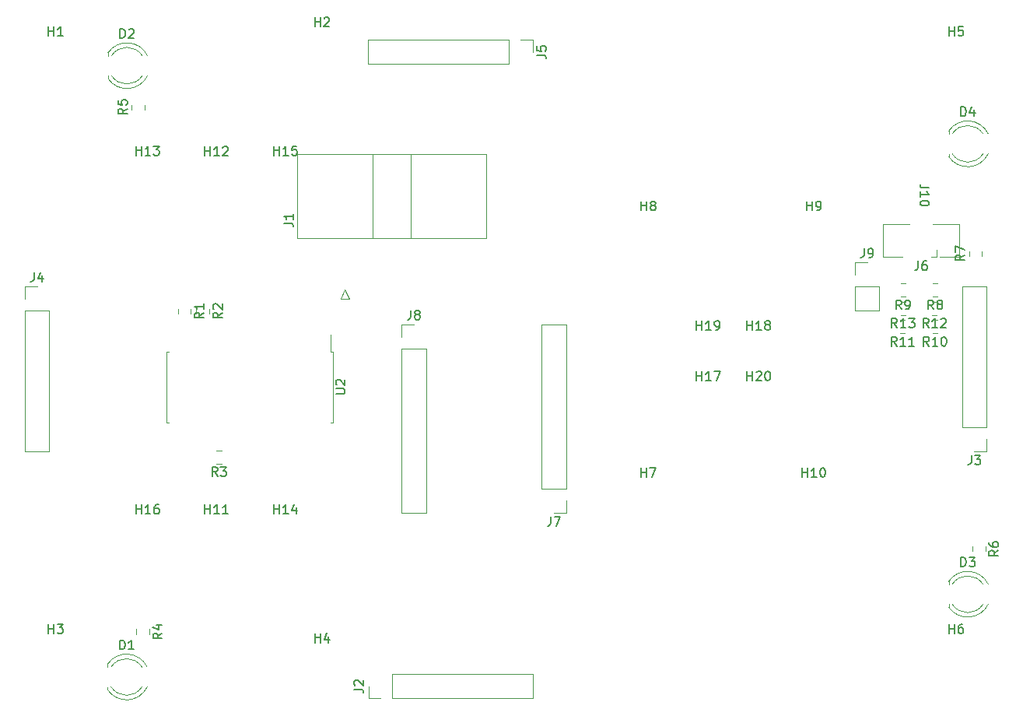
<source format=gto>
G04 #@! TF.GenerationSoftware,KiCad,Pcbnew,(5.99.0-7087-g754e8e912c)*
G04 #@! TF.CreationDate,2020-12-17T20:12:46+00:00*
G04 #@! TF.ProjectId,nesta proto 2.1,6e657374-6120-4707-926f-746f20322e31,rev?*
G04 #@! TF.SameCoordinates,Original*
G04 #@! TF.FileFunction,Legend,Top*
G04 #@! TF.FilePolarity,Positive*
%FSLAX46Y46*%
G04 Gerber Fmt 4.6, Leading zero omitted, Abs format (unit mm)*
G04 Created by KiCad (PCBNEW (5.99.0-7087-g754e8e912c)) date 2020-12-17 20:12:46*
%MOMM*%
%LPD*%
G01*
G04 APERTURE LIST*
%ADD10C,0.150000*%
%ADD11C,0.120000*%
G04 APERTURE END LIST*
D10*
X205939380Y-101083166D02*
X205463190Y-101416500D01*
X205939380Y-101654595D02*
X204939380Y-101654595D01*
X204939380Y-101273642D01*
X204987000Y-101178404D01*
X205034619Y-101130785D01*
X205129857Y-101083166D01*
X205272714Y-101083166D01*
X205367952Y-101130785D01*
X205415571Y-101178404D01*
X205463190Y-101273642D01*
X205463190Y-101654595D01*
X204939380Y-100749833D02*
X204939380Y-100083166D01*
X205939380Y-100511738D01*
X198557142Y-111002380D02*
X198223809Y-110526190D01*
X197985714Y-111002380D02*
X197985714Y-110002380D01*
X198366666Y-110002380D01*
X198461904Y-110050000D01*
X198509523Y-110097619D01*
X198557142Y-110192857D01*
X198557142Y-110335714D01*
X198509523Y-110430952D01*
X198461904Y-110478571D01*
X198366666Y-110526190D01*
X197985714Y-110526190D01*
X199509523Y-111002380D02*
X198938095Y-111002380D01*
X199223809Y-111002380D02*
X199223809Y-110002380D01*
X199128571Y-110145238D01*
X199033333Y-110240476D01*
X198938095Y-110288095D01*
X200461904Y-111002380D02*
X199890476Y-111002380D01*
X200176190Y-111002380D02*
X200176190Y-110002380D01*
X200080952Y-110145238D01*
X199985714Y-110240476D01*
X199890476Y-110288095D01*
X115761904Y-129252380D02*
X115761904Y-128252380D01*
X115761904Y-128728571D02*
X116333333Y-128728571D01*
X116333333Y-129252380D02*
X116333333Y-128252380D01*
X117333333Y-129252380D02*
X116761904Y-129252380D01*
X117047619Y-129252380D02*
X117047619Y-128252380D01*
X116952380Y-128395238D01*
X116857142Y-128490476D01*
X116761904Y-128538095D01*
X118190476Y-128252380D02*
X118000000Y-128252380D01*
X117904761Y-128300000D01*
X117857142Y-128347619D01*
X117761904Y-128490476D01*
X117714285Y-128680952D01*
X117714285Y-129061904D01*
X117761904Y-129157142D01*
X117809523Y-129204761D01*
X117904761Y-129252380D01*
X118095238Y-129252380D01*
X118190476Y-129204761D01*
X118238095Y-129157142D01*
X118285714Y-129061904D01*
X118285714Y-128823809D01*
X118238095Y-128728571D01*
X118190476Y-128680952D01*
X118095238Y-128633333D01*
X117904761Y-128633333D01*
X117809523Y-128680952D01*
X117761904Y-128728571D01*
X117714285Y-128823809D01*
X204238095Y-142252380D02*
X204238095Y-141252380D01*
X204238095Y-141728571D02*
X204809523Y-141728571D01*
X204809523Y-142252380D02*
X204809523Y-141252380D01*
X205714285Y-141252380D02*
X205523809Y-141252380D01*
X205428571Y-141300000D01*
X205380952Y-141347619D01*
X205285714Y-141490476D01*
X205238095Y-141680952D01*
X205238095Y-142061904D01*
X205285714Y-142157142D01*
X205333333Y-142204761D01*
X205428571Y-142252380D01*
X205619047Y-142252380D01*
X205714285Y-142204761D01*
X205761904Y-142157142D01*
X205809523Y-142061904D01*
X205809523Y-141823809D01*
X205761904Y-141728571D01*
X205714285Y-141680952D01*
X205619047Y-141633333D01*
X205428571Y-141633333D01*
X205333333Y-141680952D01*
X205285714Y-141728571D01*
X205238095Y-141823809D01*
X198582142Y-109002380D02*
X198248809Y-108526190D01*
X198010714Y-109002380D02*
X198010714Y-108002380D01*
X198391666Y-108002380D01*
X198486904Y-108050000D01*
X198534523Y-108097619D01*
X198582142Y-108192857D01*
X198582142Y-108335714D01*
X198534523Y-108430952D01*
X198486904Y-108478571D01*
X198391666Y-108526190D01*
X198010714Y-108526190D01*
X199534523Y-109002380D02*
X198963095Y-109002380D01*
X199248809Y-109002380D02*
X199248809Y-108002380D01*
X199153571Y-108145238D01*
X199058333Y-108240476D01*
X198963095Y-108288095D01*
X199867857Y-108002380D02*
X200486904Y-108002380D01*
X200153571Y-108383333D01*
X200296428Y-108383333D01*
X200391666Y-108430952D01*
X200439285Y-108478571D01*
X200486904Y-108573809D01*
X200486904Y-108811904D01*
X200439285Y-108907142D01*
X200391666Y-108954761D01*
X200296428Y-109002380D01*
X200010714Y-109002380D01*
X199915476Y-108954761D01*
X199867857Y-108907142D01*
X106238095Y-77252380D02*
X106238095Y-76252380D01*
X106238095Y-76728571D02*
X106809523Y-76728571D01*
X106809523Y-77252380D02*
X106809523Y-76252380D01*
X107809523Y-77252380D02*
X107238095Y-77252380D01*
X107523809Y-77252380D02*
X107523809Y-76252380D01*
X107428571Y-76395238D01*
X107333333Y-76490476D01*
X107238095Y-76538095D01*
X123261904Y-90302380D02*
X123261904Y-89302380D01*
X123261904Y-89778571D02*
X123833333Y-89778571D01*
X123833333Y-90302380D02*
X123833333Y-89302380D01*
X124833333Y-90302380D02*
X124261904Y-90302380D01*
X124547619Y-90302380D02*
X124547619Y-89302380D01*
X124452380Y-89445238D01*
X124357142Y-89540476D01*
X124261904Y-89588095D01*
X125214285Y-89397619D02*
X125261904Y-89350000D01*
X125357142Y-89302380D01*
X125595238Y-89302380D01*
X125690476Y-89350000D01*
X125738095Y-89397619D01*
X125785714Y-89492857D01*
X125785714Y-89588095D01*
X125738095Y-89730952D01*
X125166666Y-90302380D01*
X125785714Y-90302380D01*
X114802380Y-85166666D02*
X114326190Y-85500000D01*
X114802380Y-85738095D02*
X113802380Y-85738095D01*
X113802380Y-85357142D01*
X113850000Y-85261904D01*
X113897619Y-85214285D01*
X113992857Y-85166666D01*
X114135714Y-85166666D01*
X114230952Y-85214285D01*
X114278571Y-85261904D01*
X114326190Y-85357142D01*
X114326190Y-85738095D01*
X113802380Y-84261904D02*
X113802380Y-84738095D01*
X114278571Y-84785714D01*
X114230952Y-84738095D01*
X114183333Y-84642857D01*
X114183333Y-84404761D01*
X114230952Y-84309523D01*
X114278571Y-84261904D01*
X114373809Y-84214285D01*
X114611904Y-84214285D01*
X114707142Y-84261904D01*
X114754761Y-84309523D01*
X114802380Y-84404761D01*
X114802380Y-84642857D01*
X114754761Y-84738095D01*
X114707142Y-84785714D01*
X118602380Y-142229166D02*
X118126190Y-142562500D01*
X118602380Y-142800595D02*
X117602380Y-142800595D01*
X117602380Y-142419642D01*
X117650000Y-142324404D01*
X117697619Y-142276785D01*
X117792857Y-142229166D01*
X117935714Y-142229166D01*
X118030952Y-142276785D01*
X118078571Y-142324404D01*
X118126190Y-142419642D01*
X118126190Y-142800595D01*
X117935714Y-141372023D02*
X118602380Y-141372023D01*
X117554761Y-141610119D02*
X118269047Y-141848214D01*
X118269047Y-141229166D01*
X176761904Y-109252380D02*
X176761904Y-108252380D01*
X176761904Y-108728571D02*
X177333333Y-108728571D01*
X177333333Y-109252380D02*
X177333333Y-108252380D01*
X178333333Y-109252380D02*
X177761904Y-109252380D01*
X178047619Y-109252380D02*
X178047619Y-108252380D01*
X177952380Y-108395238D01*
X177857142Y-108490476D01*
X177761904Y-108538095D01*
X178809523Y-109252380D02*
X179000000Y-109252380D01*
X179095238Y-109204761D01*
X179142857Y-109157142D01*
X179238095Y-109014285D01*
X179285714Y-108823809D01*
X179285714Y-108442857D01*
X179238095Y-108347619D01*
X179190476Y-108300000D01*
X179095238Y-108252380D01*
X178904761Y-108252380D01*
X178809523Y-108300000D01*
X178761904Y-108347619D01*
X178714285Y-108442857D01*
X178714285Y-108680952D01*
X178761904Y-108776190D01*
X178809523Y-108823809D01*
X178904761Y-108871428D01*
X179095238Y-108871428D01*
X179190476Y-108823809D01*
X179238095Y-108776190D01*
X179285714Y-108680952D01*
X176761904Y-114752380D02*
X176761904Y-113752380D01*
X176761904Y-114228571D02*
X177333333Y-114228571D01*
X177333333Y-114752380D02*
X177333333Y-113752380D01*
X178333333Y-114752380D02*
X177761904Y-114752380D01*
X178047619Y-114752380D02*
X178047619Y-113752380D01*
X177952380Y-113895238D01*
X177857142Y-113990476D01*
X177761904Y-114038095D01*
X178666666Y-113752380D02*
X179333333Y-113752380D01*
X178904761Y-114752380D01*
X130761904Y-129252380D02*
X130761904Y-128252380D01*
X130761904Y-128728571D02*
X131333333Y-128728571D01*
X131333333Y-129252380D02*
X131333333Y-128252380D01*
X132333333Y-129252380D02*
X131761904Y-129252380D01*
X132047619Y-129252380D02*
X132047619Y-128252380D01*
X131952380Y-128395238D01*
X131857142Y-128490476D01*
X131761904Y-128538095D01*
X133190476Y-128585714D02*
X133190476Y-129252380D01*
X132952380Y-128204761D02*
X132714285Y-128919047D01*
X133333333Y-128919047D01*
X114031904Y-77492380D02*
X114031904Y-76492380D01*
X114270000Y-76492380D01*
X114412857Y-76540000D01*
X114508095Y-76635238D01*
X114555714Y-76730476D01*
X114603333Y-76920952D01*
X114603333Y-77063809D01*
X114555714Y-77254285D01*
X114508095Y-77349523D01*
X114412857Y-77444761D01*
X114270000Y-77492380D01*
X114031904Y-77492380D01*
X114984285Y-76587619D02*
X115031904Y-76540000D01*
X115127142Y-76492380D01*
X115365238Y-76492380D01*
X115460476Y-76540000D01*
X115508095Y-76587619D01*
X115555714Y-76682857D01*
X115555714Y-76778095D01*
X115508095Y-76920952D01*
X114936666Y-77492380D01*
X115555714Y-77492380D01*
X135238095Y-143252380D02*
X135238095Y-142252380D01*
X135238095Y-142728571D02*
X135809523Y-142728571D01*
X135809523Y-143252380D02*
X135809523Y-142252380D01*
X136714285Y-142585714D02*
X136714285Y-143252380D01*
X136476190Y-142204761D02*
X136238095Y-142919047D01*
X136857142Y-142919047D01*
X115761904Y-90252380D02*
X115761904Y-89252380D01*
X115761904Y-89728571D02*
X116333333Y-89728571D01*
X116333333Y-90252380D02*
X116333333Y-89252380D01*
X117333333Y-90252380D02*
X116761904Y-90252380D01*
X117047619Y-90252380D02*
X117047619Y-89252380D01*
X116952380Y-89395238D01*
X116857142Y-89490476D01*
X116761904Y-89538095D01*
X117666666Y-89252380D02*
X118285714Y-89252380D01*
X117952380Y-89633333D01*
X118095238Y-89633333D01*
X118190476Y-89680952D01*
X118238095Y-89728571D01*
X118285714Y-89823809D01*
X118285714Y-90061904D01*
X118238095Y-90157142D01*
X118190476Y-90204761D01*
X118095238Y-90252380D01*
X117809523Y-90252380D01*
X117714285Y-90204761D01*
X117666666Y-90157142D01*
X209602380Y-133229166D02*
X209126190Y-133562500D01*
X209602380Y-133800595D02*
X208602380Y-133800595D01*
X208602380Y-133419642D01*
X208650000Y-133324404D01*
X208697619Y-133276785D01*
X208792857Y-133229166D01*
X208935714Y-133229166D01*
X209030952Y-133276785D01*
X209078571Y-133324404D01*
X209126190Y-133419642D01*
X209126190Y-133800595D01*
X208602380Y-132372023D02*
X208602380Y-132562500D01*
X208650000Y-132657738D01*
X208697619Y-132705357D01*
X208840476Y-132800595D01*
X209030952Y-132848214D01*
X209411904Y-132848214D01*
X209507142Y-132800595D01*
X209554761Y-132752976D01*
X209602380Y-132657738D01*
X209602380Y-132467261D01*
X209554761Y-132372023D01*
X209507142Y-132324404D01*
X209411904Y-132276785D01*
X209173809Y-132276785D01*
X209078571Y-132324404D01*
X209030952Y-132372023D01*
X208983333Y-132467261D01*
X208983333Y-132657738D01*
X209030952Y-132752976D01*
X209078571Y-132800595D01*
X209173809Y-132848214D01*
X137495380Y-116204904D02*
X138304904Y-116204904D01*
X138400142Y-116157285D01*
X138447761Y-116109666D01*
X138495380Y-116014428D01*
X138495380Y-115823952D01*
X138447761Y-115728714D01*
X138400142Y-115681095D01*
X138304904Y-115633476D01*
X137495380Y-115633476D01*
X137590619Y-115204904D02*
X137543000Y-115157285D01*
X137495380Y-115062047D01*
X137495380Y-114823952D01*
X137543000Y-114728714D01*
X137590619Y-114681095D01*
X137685857Y-114633476D01*
X137781095Y-114633476D01*
X137923952Y-114681095D01*
X138495380Y-115252523D01*
X138495380Y-114633476D01*
X145666666Y-107122380D02*
X145666666Y-107836666D01*
X145619047Y-107979523D01*
X145523809Y-108074761D01*
X145380952Y-108122380D01*
X145285714Y-108122380D01*
X146285714Y-107550952D02*
X146190476Y-107503333D01*
X146142857Y-107455714D01*
X146095238Y-107360476D01*
X146095238Y-107312857D01*
X146142857Y-107217619D01*
X146190476Y-107170000D01*
X146285714Y-107122380D01*
X146476190Y-107122380D01*
X146571428Y-107170000D01*
X146619047Y-107217619D01*
X146666666Y-107312857D01*
X146666666Y-107360476D01*
X146619047Y-107455714D01*
X146571428Y-107503333D01*
X146476190Y-107550952D01*
X146285714Y-107550952D01*
X146190476Y-107598571D01*
X146142857Y-107646190D01*
X146095238Y-107741428D01*
X146095238Y-107931904D01*
X146142857Y-108027142D01*
X146190476Y-108074761D01*
X146285714Y-108122380D01*
X146476190Y-108122380D01*
X146571428Y-108074761D01*
X146619047Y-108027142D01*
X146666666Y-107931904D01*
X146666666Y-107741428D01*
X146619047Y-107646190D01*
X146571428Y-107598571D01*
X146476190Y-107550952D01*
X159382380Y-79333333D02*
X160096666Y-79333333D01*
X160239523Y-79380952D01*
X160334761Y-79476190D01*
X160382380Y-79619047D01*
X160382380Y-79714285D01*
X159382380Y-78380952D02*
X159382380Y-78857142D01*
X159858571Y-78904761D01*
X159810952Y-78857142D01*
X159763333Y-78761904D01*
X159763333Y-78523809D01*
X159810952Y-78428571D01*
X159858571Y-78380952D01*
X159953809Y-78333333D01*
X160191904Y-78333333D01*
X160287142Y-78380952D01*
X160334761Y-78428571D01*
X160382380Y-78523809D01*
X160382380Y-78761904D01*
X160334761Y-78857142D01*
X160287142Y-78904761D01*
X113991904Y-143992380D02*
X113991904Y-142992380D01*
X114230000Y-142992380D01*
X114372857Y-143040000D01*
X114468095Y-143135238D01*
X114515714Y-143230476D01*
X114563333Y-143420952D01*
X114563333Y-143563809D01*
X114515714Y-143754285D01*
X114468095Y-143849523D01*
X114372857Y-143944761D01*
X114230000Y-143992380D01*
X113991904Y-143992380D01*
X115515714Y-143992380D02*
X114944285Y-143992380D01*
X115230000Y-143992380D02*
X115230000Y-142992380D01*
X115134761Y-143135238D01*
X115039523Y-143230476D01*
X114944285Y-143278095D01*
X188261904Y-125252380D02*
X188261904Y-124252380D01*
X188261904Y-124728571D02*
X188833333Y-124728571D01*
X188833333Y-125252380D02*
X188833333Y-124252380D01*
X189833333Y-125252380D02*
X189261904Y-125252380D01*
X189547619Y-125252380D02*
X189547619Y-124252380D01*
X189452380Y-124395238D01*
X189357142Y-124490476D01*
X189261904Y-124538095D01*
X190452380Y-124252380D02*
X190547619Y-124252380D01*
X190642857Y-124300000D01*
X190690476Y-124347619D01*
X190738095Y-124442857D01*
X190785714Y-124633333D01*
X190785714Y-124871428D01*
X190738095Y-125061904D01*
X190690476Y-125157142D01*
X190642857Y-125204761D01*
X190547619Y-125252380D01*
X190452380Y-125252380D01*
X190357142Y-125204761D01*
X190309523Y-125157142D01*
X190261904Y-125061904D01*
X190214285Y-124871428D01*
X190214285Y-124633333D01*
X190261904Y-124442857D01*
X190309523Y-124347619D01*
X190357142Y-124300000D01*
X190452380Y-124252380D01*
X202019642Y-109002380D02*
X201686309Y-108526190D01*
X201448214Y-109002380D02*
X201448214Y-108002380D01*
X201829166Y-108002380D01*
X201924404Y-108050000D01*
X201972023Y-108097619D01*
X202019642Y-108192857D01*
X202019642Y-108335714D01*
X201972023Y-108430952D01*
X201924404Y-108478571D01*
X201829166Y-108526190D01*
X201448214Y-108526190D01*
X202972023Y-109002380D02*
X202400595Y-109002380D01*
X202686309Y-109002380D02*
X202686309Y-108002380D01*
X202591071Y-108145238D01*
X202495833Y-108240476D01*
X202400595Y-108288095D01*
X203352976Y-108097619D02*
X203400595Y-108050000D01*
X203495833Y-108002380D01*
X203733928Y-108002380D01*
X203829166Y-108050000D01*
X203876785Y-108097619D01*
X203924404Y-108192857D01*
X203924404Y-108288095D01*
X203876785Y-108430952D01*
X203305357Y-109002380D01*
X203924404Y-109002380D01*
X104666666Y-103002380D02*
X104666666Y-103716666D01*
X104619047Y-103859523D01*
X104523809Y-103954761D01*
X104380952Y-104002380D01*
X104285714Y-104002380D01*
X105571428Y-103335714D02*
X105571428Y-104002380D01*
X105333333Y-102954761D02*
X105095238Y-103669047D01*
X105714285Y-103669047D01*
X135238095Y-76252380D02*
X135238095Y-75252380D01*
X135238095Y-75728571D02*
X135809523Y-75728571D01*
X135809523Y-76252380D02*
X135809523Y-75252380D01*
X136238095Y-75347619D02*
X136285714Y-75300000D01*
X136380952Y-75252380D01*
X136619047Y-75252380D01*
X136714285Y-75300000D01*
X136761904Y-75347619D01*
X136809523Y-75442857D01*
X136809523Y-75538095D01*
X136761904Y-75680952D01*
X136190476Y-76252380D01*
X136809523Y-76252380D01*
X123261904Y-129252380D02*
X123261904Y-128252380D01*
X123261904Y-128728571D02*
X123833333Y-128728571D01*
X123833333Y-129252380D02*
X123833333Y-128252380D01*
X124833333Y-129252380D02*
X124261904Y-129252380D01*
X124547619Y-129252380D02*
X124547619Y-128252380D01*
X124452380Y-128395238D01*
X124357142Y-128490476D01*
X124261904Y-128538095D01*
X125785714Y-129252380D02*
X125214285Y-129252380D01*
X125500000Y-129252380D02*
X125500000Y-128252380D01*
X125404761Y-128395238D01*
X125309523Y-128490476D01*
X125214285Y-128538095D01*
X123133380Y-107354666D02*
X122657190Y-107688000D01*
X123133380Y-107926095D02*
X122133380Y-107926095D01*
X122133380Y-107545142D01*
X122181000Y-107449904D01*
X122228619Y-107402285D01*
X122323857Y-107354666D01*
X122466714Y-107354666D01*
X122561952Y-107402285D01*
X122609571Y-107449904D01*
X122657190Y-107545142D01*
X122657190Y-107926095D01*
X123133380Y-106402285D02*
X123133380Y-106973714D01*
X123133380Y-106688000D02*
X122133380Y-106688000D01*
X122276238Y-106783238D01*
X122371476Y-106878476D01*
X122419095Y-106973714D01*
X106238095Y-142252380D02*
X106238095Y-141252380D01*
X106238095Y-141728571D02*
X106809523Y-141728571D01*
X106809523Y-142252380D02*
X106809523Y-141252380D01*
X107190476Y-141252380D02*
X107809523Y-141252380D01*
X107476190Y-141633333D01*
X107619047Y-141633333D01*
X107714285Y-141680952D01*
X107761904Y-141728571D01*
X107809523Y-141823809D01*
X107809523Y-142061904D01*
X107761904Y-142157142D01*
X107714285Y-142204761D01*
X107619047Y-142252380D01*
X107333333Y-142252380D01*
X107238095Y-142204761D01*
X107190476Y-142157142D01*
X170738095Y-125252380D02*
X170738095Y-124252380D01*
X170738095Y-124728571D02*
X171309523Y-124728571D01*
X171309523Y-125252380D02*
X171309523Y-124252380D01*
X171690476Y-124252380D02*
X172357142Y-124252380D01*
X171928571Y-125252380D01*
X204238095Y-77252380D02*
X204238095Y-76252380D01*
X204238095Y-76728571D02*
X204809523Y-76728571D01*
X204809523Y-77252380D02*
X204809523Y-76252380D01*
X205761904Y-76252380D02*
X205285714Y-76252380D01*
X205238095Y-76728571D01*
X205285714Y-76680952D01*
X205380952Y-76633333D01*
X205619047Y-76633333D01*
X205714285Y-76680952D01*
X205761904Y-76728571D01*
X205809523Y-76823809D01*
X205809523Y-77061904D01*
X205761904Y-77157142D01*
X205714285Y-77204761D01*
X205619047Y-77252380D01*
X205380952Y-77252380D01*
X205285714Y-77204761D01*
X205238095Y-77157142D01*
X202558333Y-107002380D02*
X202225000Y-106526190D01*
X201986904Y-107002380D02*
X201986904Y-106002380D01*
X202367857Y-106002380D01*
X202463095Y-106050000D01*
X202510714Y-106097619D01*
X202558333Y-106192857D01*
X202558333Y-106335714D01*
X202510714Y-106430952D01*
X202463095Y-106478571D01*
X202367857Y-106526190D01*
X201986904Y-106526190D01*
X203129761Y-106430952D02*
X203034523Y-106383333D01*
X202986904Y-106335714D01*
X202939285Y-106240476D01*
X202939285Y-106192857D01*
X202986904Y-106097619D01*
X203034523Y-106050000D01*
X203129761Y-106002380D01*
X203320238Y-106002380D01*
X203415476Y-106050000D01*
X203463095Y-106097619D01*
X203510714Y-106192857D01*
X203510714Y-106240476D01*
X203463095Y-106335714D01*
X203415476Y-106383333D01*
X203320238Y-106430952D01*
X203129761Y-106430952D01*
X203034523Y-106478571D01*
X202986904Y-106526190D01*
X202939285Y-106621428D01*
X202939285Y-106811904D01*
X202986904Y-106907142D01*
X203034523Y-106954761D01*
X203129761Y-107002380D01*
X203320238Y-107002380D01*
X203415476Y-106954761D01*
X203463095Y-106907142D01*
X203510714Y-106811904D01*
X203510714Y-106621428D01*
X203463095Y-106526190D01*
X203415476Y-106478571D01*
X203320238Y-106430952D01*
X188738095Y-96252380D02*
X188738095Y-95252380D01*
X188738095Y-95728571D02*
X189309523Y-95728571D01*
X189309523Y-96252380D02*
X189309523Y-95252380D01*
X189833333Y-96252380D02*
X190023809Y-96252380D01*
X190119047Y-96204761D01*
X190166666Y-96157142D01*
X190261904Y-96014285D01*
X190309523Y-95823809D01*
X190309523Y-95442857D01*
X190261904Y-95347619D01*
X190214285Y-95300000D01*
X190119047Y-95252380D01*
X189928571Y-95252380D01*
X189833333Y-95300000D01*
X189785714Y-95347619D01*
X189738095Y-95442857D01*
X189738095Y-95680952D01*
X189785714Y-95776190D01*
X189833333Y-95823809D01*
X189928571Y-95871428D01*
X190119047Y-95871428D01*
X190214285Y-95823809D01*
X190261904Y-95776190D01*
X190309523Y-95680952D01*
X125133380Y-107354666D02*
X124657190Y-107688000D01*
X125133380Y-107926095D02*
X124133380Y-107926095D01*
X124133380Y-107545142D01*
X124181000Y-107449904D01*
X124228619Y-107402285D01*
X124323857Y-107354666D01*
X124466714Y-107354666D01*
X124561952Y-107402285D01*
X124609571Y-107449904D01*
X124657190Y-107545142D01*
X124657190Y-107926095D01*
X124228619Y-106973714D02*
X124181000Y-106926095D01*
X124133380Y-106830857D01*
X124133380Y-106592761D01*
X124181000Y-106497523D01*
X124228619Y-106449904D01*
X124323857Y-106402285D01*
X124419095Y-106402285D01*
X124561952Y-106449904D01*
X125133380Y-107021333D01*
X125133380Y-106402285D01*
X199058333Y-107002380D02*
X198725000Y-106526190D01*
X198486904Y-107002380D02*
X198486904Y-106002380D01*
X198867857Y-106002380D01*
X198963095Y-106050000D01*
X199010714Y-106097619D01*
X199058333Y-106192857D01*
X199058333Y-106335714D01*
X199010714Y-106430952D01*
X198963095Y-106478571D01*
X198867857Y-106526190D01*
X198486904Y-106526190D01*
X199534523Y-107002380D02*
X199725000Y-107002380D01*
X199820238Y-106954761D01*
X199867857Y-106907142D01*
X199963095Y-106764285D01*
X200010714Y-106573809D01*
X200010714Y-106192857D01*
X199963095Y-106097619D01*
X199915476Y-106050000D01*
X199820238Y-106002380D01*
X199629761Y-106002380D01*
X199534523Y-106050000D01*
X199486904Y-106097619D01*
X199439285Y-106192857D01*
X199439285Y-106430952D01*
X199486904Y-106526190D01*
X199534523Y-106573809D01*
X199629761Y-106621428D01*
X199820238Y-106621428D01*
X199915476Y-106573809D01*
X199963095Y-106526190D01*
X200010714Y-106430952D01*
X170738095Y-96252380D02*
X170738095Y-95252380D01*
X170738095Y-95728571D02*
X171309523Y-95728571D01*
X171309523Y-96252380D02*
X171309523Y-95252380D01*
X171928571Y-95680952D02*
X171833333Y-95633333D01*
X171785714Y-95585714D01*
X171738095Y-95490476D01*
X171738095Y-95442857D01*
X171785714Y-95347619D01*
X171833333Y-95300000D01*
X171928571Y-95252380D01*
X172119047Y-95252380D01*
X172214285Y-95300000D01*
X172261904Y-95347619D01*
X172309523Y-95442857D01*
X172309523Y-95490476D01*
X172261904Y-95585714D01*
X172214285Y-95633333D01*
X172119047Y-95680952D01*
X171928571Y-95680952D01*
X171833333Y-95728571D01*
X171785714Y-95776190D01*
X171738095Y-95871428D01*
X171738095Y-96061904D01*
X171785714Y-96157142D01*
X171833333Y-96204761D01*
X171928571Y-96252380D01*
X172119047Y-96252380D01*
X172214285Y-96204761D01*
X172261904Y-96157142D01*
X172309523Y-96061904D01*
X172309523Y-95871428D01*
X172261904Y-95776190D01*
X172214285Y-95728571D01*
X172119047Y-95680952D01*
X182261904Y-114752380D02*
X182261904Y-113752380D01*
X182261904Y-114228571D02*
X182833333Y-114228571D01*
X182833333Y-114752380D02*
X182833333Y-113752380D01*
X183261904Y-113847619D02*
X183309523Y-113800000D01*
X183404761Y-113752380D01*
X183642857Y-113752380D01*
X183738095Y-113800000D01*
X183785714Y-113847619D01*
X183833333Y-113942857D01*
X183833333Y-114038095D01*
X183785714Y-114180952D01*
X183214285Y-114752380D01*
X183833333Y-114752380D01*
X184452380Y-113752380D02*
X184547619Y-113752380D01*
X184642857Y-113800000D01*
X184690476Y-113847619D01*
X184738095Y-113942857D01*
X184785714Y-114133333D01*
X184785714Y-114371428D01*
X184738095Y-114561904D01*
X184690476Y-114657142D01*
X184642857Y-114704761D01*
X184547619Y-114752380D01*
X184452380Y-114752380D01*
X184357142Y-114704761D01*
X184309523Y-114657142D01*
X184261904Y-114561904D01*
X184214285Y-114371428D01*
X184214285Y-114133333D01*
X184261904Y-113942857D01*
X184309523Y-113847619D01*
X184357142Y-113800000D01*
X184452380Y-113752380D01*
X205531904Y-85992380D02*
X205531904Y-84992380D01*
X205770000Y-84992380D01*
X205912857Y-85040000D01*
X206008095Y-85135238D01*
X206055714Y-85230476D01*
X206103333Y-85420952D01*
X206103333Y-85563809D01*
X206055714Y-85754285D01*
X206008095Y-85849523D01*
X205912857Y-85944761D01*
X205770000Y-85992380D01*
X205531904Y-85992380D01*
X206960476Y-85325714D02*
X206960476Y-85992380D01*
X206722380Y-84944761D02*
X206484285Y-85659047D01*
X207103333Y-85659047D01*
X139502380Y-148333333D02*
X140216666Y-148333333D01*
X140359523Y-148380952D01*
X140454761Y-148476190D01*
X140502380Y-148619047D01*
X140502380Y-148714285D01*
X139597619Y-147904761D02*
X139550000Y-147857142D01*
X139502380Y-147761904D01*
X139502380Y-147523809D01*
X139550000Y-147428571D01*
X139597619Y-147380952D01*
X139692857Y-147333333D01*
X139788095Y-147333333D01*
X139930952Y-147380952D01*
X140502380Y-147952380D01*
X140502380Y-147333333D01*
X131852380Y-97618333D02*
X132566666Y-97618333D01*
X132709523Y-97665952D01*
X132804761Y-97761190D01*
X132852380Y-97904047D01*
X132852380Y-97999285D01*
X132852380Y-96618333D02*
X132852380Y-97189761D01*
X132852380Y-96904047D02*
X131852380Y-96904047D01*
X131995238Y-96999285D01*
X132090476Y-97094523D01*
X132138095Y-97189761D01*
X206666666Y-122902380D02*
X206666666Y-123616666D01*
X206619047Y-123759523D01*
X206523809Y-123854761D01*
X206380952Y-123902380D01*
X206285714Y-123902380D01*
X207047619Y-122902380D02*
X207666666Y-122902380D01*
X207333333Y-123283333D01*
X207476190Y-123283333D01*
X207571428Y-123330952D01*
X207619047Y-123378571D01*
X207666666Y-123473809D01*
X207666666Y-123711904D01*
X207619047Y-123807142D01*
X207571428Y-123854761D01*
X207476190Y-123902380D01*
X207190476Y-123902380D01*
X207095238Y-123854761D01*
X207047619Y-123807142D01*
X200866666Y-101752380D02*
X200866666Y-102466666D01*
X200819047Y-102609523D01*
X200723809Y-102704761D01*
X200580952Y-102752380D01*
X200485714Y-102752380D01*
X201771428Y-101752380D02*
X201580952Y-101752380D01*
X201485714Y-101800000D01*
X201438095Y-101847619D01*
X201342857Y-101990476D01*
X201295238Y-102180952D01*
X201295238Y-102561904D01*
X201342857Y-102657142D01*
X201390476Y-102704761D01*
X201485714Y-102752380D01*
X201676190Y-102752380D01*
X201771428Y-102704761D01*
X201819047Y-102657142D01*
X201866666Y-102561904D01*
X201866666Y-102323809D01*
X201819047Y-102228571D01*
X201771428Y-102180952D01*
X201676190Y-102133333D01*
X201485714Y-102133333D01*
X201390476Y-102180952D01*
X201342857Y-102228571D01*
X201295238Y-102323809D01*
X124625833Y-125165380D02*
X124292500Y-124689190D01*
X124054404Y-125165380D02*
X124054404Y-124165380D01*
X124435357Y-124165380D01*
X124530595Y-124213000D01*
X124578214Y-124260619D01*
X124625833Y-124355857D01*
X124625833Y-124498714D01*
X124578214Y-124593952D01*
X124530595Y-124641571D01*
X124435357Y-124689190D01*
X124054404Y-124689190D01*
X124959166Y-124165380D02*
X125578214Y-124165380D01*
X125244880Y-124546333D01*
X125387738Y-124546333D01*
X125482976Y-124593952D01*
X125530595Y-124641571D01*
X125578214Y-124736809D01*
X125578214Y-124974904D01*
X125530595Y-125070142D01*
X125482976Y-125117761D01*
X125387738Y-125165380D01*
X125102023Y-125165380D01*
X125006785Y-125117761D01*
X124959166Y-125070142D01*
X182261904Y-109252380D02*
X182261904Y-108252380D01*
X182261904Y-108728571D02*
X182833333Y-108728571D01*
X182833333Y-109252380D02*
X182833333Y-108252380D01*
X183833333Y-109252380D02*
X183261904Y-109252380D01*
X183547619Y-109252380D02*
X183547619Y-108252380D01*
X183452380Y-108395238D01*
X183357142Y-108490476D01*
X183261904Y-108538095D01*
X184404761Y-108680952D02*
X184309523Y-108633333D01*
X184261904Y-108585714D01*
X184214285Y-108490476D01*
X184214285Y-108442857D01*
X184261904Y-108347619D01*
X184309523Y-108300000D01*
X184404761Y-108252380D01*
X184595238Y-108252380D01*
X184690476Y-108300000D01*
X184738095Y-108347619D01*
X184785714Y-108442857D01*
X184785714Y-108490476D01*
X184738095Y-108585714D01*
X184690476Y-108633333D01*
X184595238Y-108680952D01*
X184404761Y-108680952D01*
X184309523Y-108728571D01*
X184261904Y-108776190D01*
X184214285Y-108871428D01*
X184214285Y-109061904D01*
X184261904Y-109157142D01*
X184309523Y-109204761D01*
X184404761Y-109252380D01*
X184595238Y-109252380D01*
X184690476Y-109204761D01*
X184738095Y-109157142D01*
X184785714Y-109061904D01*
X184785714Y-108871428D01*
X184738095Y-108776190D01*
X184690476Y-108728571D01*
X184595238Y-108680952D01*
X194992666Y-100373380D02*
X194992666Y-101087666D01*
X194945047Y-101230523D01*
X194849809Y-101325761D01*
X194706952Y-101373380D01*
X194611714Y-101373380D01*
X195516476Y-101373380D02*
X195706952Y-101373380D01*
X195802190Y-101325761D01*
X195849809Y-101278142D01*
X195945047Y-101135285D01*
X195992666Y-100944809D01*
X195992666Y-100563857D01*
X195945047Y-100468619D01*
X195897428Y-100421000D01*
X195802190Y-100373380D01*
X195611714Y-100373380D01*
X195516476Y-100421000D01*
X195468857Y-100468619D01*
X195421238Y-100563857D01*
X195421238Y-100801952D01*
X195468857Y-100897190D01*
X195516476Y-100944809D01*
X195611714Y-100992428D01*
X195802190Y-100992428D01*
X195897428Y-100944809D01*
X195945047Y-100897190D01*
X195992666Y-100801952D01*
X202088619Y-93773476D02*
X201374333Y-93773476D01*
X201231476Y-93725857D01*
X201136238Y-93630619D01*
X201088619Y-93487761D01*
X201088619Y-93392523D01*
X201088619Y-94773476D02*
X201088619Y-94202047D01*
X201088619Y-94487761D02*
X202088619Y-94487761D01*
X201945761Y-94392523D01*
X201850523Y-94297285D01*
X201802904Y-94202047D01*
X202088619Y-95392523D02*
X202088619Y-95487761D01*
X202041000Y-95583000D01*
X201993380Y-95630619D01*
X201898142Y-95678238D01*
X201707666Y-95725857D01*
X201469571Y-95725857D01*
X201279095Y-95678238D01*
X201183857Y-95630619D01*
X201136238Y-95583000D01*
X201088619Y-95487761D01*
X201088619Y-95392523D01*
X201136238Y-95297285D01*
X201183857Y-95249666D01*
X201279095Y-95202047D01*
X201469571Y-95154428D01*
X201707666Y-95154428D01*
X201898142Y-95202047D01*
X201993380Y-95249666D01*
X202041000Y-95297285D01*
X202088619Y-95392523D01*
X205531904Y-134992380D02*
X205531904Y-133992380D01*
X205770000Y-133992380D01*
X205912857Y-134040000D01*
X206008095Y-134135238D01*
X206055714Y-134230476D01*
X206103333Y-134420952D01*
X206103333Y-134563809D01*
X206055714Y-134754285D01*
X206008095Y-134849523D01*
X205912857Y-134944761D01*
X205770000Y-134992380D01*
X205531904Y-134992380D01*
X206436666Y-133992380D02*
X207055714Y-133992380D01*
X206722380Y-134373333D01*
X206865238Y-134373333D01*
X206960476Y-134420952D01*
X207008095Y-134468571D01*
X207055714Y-134563809D01*
X207055714Y-134801904D01*
X207008095Y-134897142D01*
X206960476Y-134944761D01*
X206865238Y-134992380D01*
X206579523Y-134992380D01*
X206484285Y-134944761D01*
X206436666Y-134897142D01*
X202057142Y-111002380D02*
X201723809Y-110526190D01*
X201485714Y-111002380D02*
X201485714Y-110002380D01*
X201866666Y-110002380D01*
X201961904Y-110050000D01*
X202009523Y-110097619D01*
X202057142Y-110192857D01*
X202057142Y-110335714D01*
X202009523Y-110430952D01*
X201961904Y-110478571D01*
X201866666Y-110526190D01*
X201485714Y-110526190D01*
X203009523Y-111002380D02*
X202438095Y-111002380D01*
X202723809Y-111002380D02*
X202723809Y-110002380D01*
X202628571Y-110145238D01*
X202533333Y-110240476D01*
X202438095Y-110288095D01*
X203628571Y-110002380D02*
X203723809Y-110002380D01*
X203819047Y-110050000D01*
X203866666Y-110097619D01*
X203914285Y-110192857D01*
X203961904Y-110383333D01*
X203961904Y-110621428D01*
X203914285Y-110811904D01*
X203866666Y-110907142D01*
X203819047Y-110954761D01*
X203723809Y-111002380D01*
X203628571Y-111002380D01*
X203533333Y-110954761D01*
X203485714Y-110907142D01*
X203438095Y-110811904D01*
X203390476Y-110621428D01*
X203390476Y-110383333D01*
X203438095Y-110192857D01*
X203485714Y-110097619D01*
X203533333Y-110050000D01*
X203628571Y-110002380D01*
X160906666Y-129562380D02*
X160906666Y-130276666D01*
X160859047Y-130419523D01*
X160763809Y-130514761D01*
X160620952Y-130562380D01*
X160525714Y-130562380D01*
X161287619Y-129562380D02*
X161954285Y-129562380D01*
X161525714Y-130562380D01*
X130761904Y-90252380D02*
X130761904Y-89252380D01*
X130761904Y-89728571D02*
X131333333Y-89728571D01*
X131333333Y-90252380D02*
X131333333Y-89252380D01*
X132333333Y-90252380D02*
X131761904Y-90252380D01*
X132047619Y-90252380D02*
X132047619Y-89252380D01*
X131952380Y-89395238D01*
X131857142Y-89490476D01*
X131761904Y-89538095D01*
X133238095Y-89252380D02*
X132761904Y-89252380D01*
X132714285Y-89728571D01*
X132761904Y-89680952D01*
X132857142Y-89633333D01*
X133095238Y-89633333D01*
X133190476Y-89680952D01*
X133238095Y-89728571D01*
X133285714Y-89823809D01*
X133285714Y-90061904D01*
X133238095Y-90157142D01*
X133190476Y-90204761D01*
X133095238Y-90252380D01*
X132857142Y-90252380D01*
X132761904Y-90204761D01*
X132714285Y-90157142D01*
D11*
X207847000Y-101175078D02*
X207847000Y-100657922D01*
X206427000Y-101175078D02*
X206427000Y-100657922D01*
X199458578Y-108190000D02*
X198941422Y-108190000D01*
X199458578Y-109610000D02*
X198941422Y-109610000D01*
X199483578Y-106190000D02*
X198966422Y-106190000D01*
X199483578Y-107610000D02*
X198966422Y-107610000D01*
X115290000Y-85258578D02*
X115290000Y-84741422D01*
X116710000Y-85258578D02*
X116710000Y-84741422D01*
X115790000Y-141803922D02*
X115790000Y-142321078D01*
X117210000Y-141803922D02*
X117210000Y-142321078D01*
X112710000Y-79101000D02*
X112710000Y-79420000D01*
X112710000Y-81580000D02*
X112710000Y-81899000D01*
X117013242Y-81580724D02*
G75*
G02*
X112710000Y-81898749I-2243242J1080724D01*
G01*
X116452713Y-81580961D02*
G75*
G02*
X113086670Y-81580000I-1682713J1080961D01*
G01*
X116452713Y-79419039D02*
G75*
G03*
X113086670Y-79420000I-1682713J-1080961D01*
G01*
X117013242Y-79419276D02*
G75*
G03*
X112710000Y-79101251I-2243242J-1080724D01*
G01*
X206790000Y-132803922D02*
X206790000Y-133321078D01*
X208210000Y-132803922D02*
X208210000Y-133321078D01*
X137203000Y-115443000D02*
X137203000Y-111583000D01*
X137203000Y-115443000D02*
X137203000Y-119303000D01*
X119083000Y-115443000D02*
X119083000Y-111583000D01*
X119083000Y-115443000D02*
X119083000Y-119303000D01*
X119083000Y-111583000D02*
X119328000Y-111583000D01*
X119083000Y-119303000D02*
X119328000Y-119303000D01*
X137203000Y-111583000D02*
X136958000Y-111583000D01*
X136958000Y-111583000D02*
X136958000Y-109768000D01*
X137203000Y-119303000D02*
X136958000Y-119303000D01*
X144670000Y-108670000D02*
X146000000Y-108670000D01*
X144670000Y-110000000D02*
X144670000Y-108670000D01*
X147330000Y-111270000D02*
X147330000Y-129110000D01*
X144670000Y-129110000D02*
X147330000Y-129110000D01*
X144670000Y-111270000D02*
X144670000Y-129110000D01*
X144670000Y-111270000D02*
X147330000Y-111270000D01*
X157600000Y-77670000D02*
X158930000Y-77670000D01*
X156330000Y-77670000D02*
X156330000Y-80330000D01*
X158930000Y-77670000D02*
X158930000Y-79000000D01*
X156330000Y-77670000D02*
X141030000Y-77670000D01*
X141030000Y-77670000D02*
X141030000Y-80330000D01*
X156330000Y-80330000D02*
X141030000Y-80330000D01*
X112670000Y-148080000D02*
X112670000Y-148399000D01*
X112670000Y-145601000D02*
X112670000Y-145920000D01*
X116973242Y-145919276D02*
G75*
G03*
X112670000Y-145601251I-2243242J-1080724D01*
G01*
X116973242Y-148080724D02*
G75*
G02*
X112670000Y-148398749I-2243242J1080724D01*
G01*
X116412713Y-145919039D02*
G75*
G03*
X113046670Y-145920000I-1682713J-1080961D01*
G01*
X116412713Y-148080961D02*
G75*
G02*
X113046670Y-148080000I-1682713J1080961D01*
G01*
X202921078Y-106190000D02*
X202403922Y-106190000D01*
X202921078Y-107610000D02*
X202403922Y-107610000D01*
X103670000Y-107150000D02*
X106330000Y-107150000D01*
X103670000Y-122450000D02*
X106330000Y-122450000D01*
X103670000Y-105880000D02*
X103670000Y-104550000D01*
X106330000Y-107150000D02*
X106330000Y-122450000D01*
X103670000Y-107150000D02*
X103670000Y-122450000D01*
X103670000Y-104550000D02*
X105000000Y-104550000D01*
X121741000Y-106929422D02*
X121741000Y-107446578D01*
X120321000Y-106929422D02*
X120321000Y-107446578D01*
X202983578Y-105610000D02*
X202466422Y-105610000D01*
X202983578Y-104190000D02*
X202466422Y-104190000D01*
X122321000Y-106929422D02*
X122321000Y-107446578D01*
X123741000Y-106929422D02*
X123741000Y-107446578D01*
X199483578Y-105610000D02*
X198966422Y-105610000D01*
X199483578Y-104190000D02*
X198966422Y-104190000D01*
X204210000Y-87601000D02*
X204210000Y-87920000D01*
X204210000Y-90080000D02*
X204210000Y-90399000D01*
X208513242Y-90080724D02*
G75*
G02*
X204210000Y-90398749I-2243242J1080724D01*
G01*
X208513242Y-87919276D02*
G75*
G03*
X204210000Y-87601251I-2243242J-1080724D01*
G01*
X207952713Y-87919039D02*
G75*
G03*
X204586670Y-87920000I-1682713J-1080961D01*
G01*
X207952713Y-90080961D02*
G75*
G02*
X204586670Y-90080000I-1682713J1080961D01*
G01*
X142380000Y-149330000D02*
X141050000Y-149330000D01*
X143650000Y-149330000D02*
X158950000Y-149330000D01*
X158950000Y-149330000D02*
X158950000Y-146670000D01*
X141050000Y-149330000D02*
X141050000Y-148000000D01*
X143650000Y-146670000D02*
X158950000Y-146670000D01*
X143650000Y-149330000D02*
X143650000Y-146670000D01*
X153870000Y-99230000D02*
X133290000Y-99230000D01*
X139000000Y-105850000D02*
X138500000Y-104850000D01*
X153870000Y-90110000D02*
X153870000Y-99230000D01*
X145630000Y-99230000D02*
X145630000Y-90110000D01*
X133290000Y-99230000D02*
X133290000Y-90110000D01*
X138000000Y-105850000D02*
X139000000Y-105850000D01*
X133290000Y-90110000D02*
X153870000Y-90110000D01*
X138500000Y-104850000D02*
X138000000Y-105850000D01*
X141530000Y-99230000D02*
X141530000Y-90110000D01*
X208330000Y-104550000D02*
X205670000Y-104550000D01*
X205670000Y-119850000D02*
X205670000Y-104550000D01*
X208330000Y-119850000D02*
X205670000Y-119850000D01*
X208330000Y-121120000D02*
X208330000Y-122450000D01*
X208330000Y-122450000D02*
X207000000Y-122450000D01*
X208330000Y-119850000D02*
X208330000Y-104550000D01*
X197050000Y-101275000D02*
X197050000Y-97725000D01*
X202900000Y-100525000D02*
X202900000Y-101275000D01*
X202900000Y-101275000D02*
X202300000Y-101275000D01*
X203200000Y-101275000D02*
X205350000Y-101275000D01*
X205350000Y-101275000D02*
X205350000Y-97725000D01*
X199200000Y-101275000D02*
X197050000Y-101275000D01*
X197050000Y-97725000D02*
X199950000Y-97725000D01*
X205350000Y-97725000D02*
X202450000Y-97725000D01*
X125051078Y-123773000D02*
X124533922Y-123773000D01*
X125051078Y-122353000D02*
X124533922Y-122353000D01*
X193996000Y-104521000D02*
X193996000Y-107121000D01*
X193996000Y-107121000D02*
X196656000Y-107121000D01*
X193996000Y-104521000D02*
X196656000Y-104521000D01*
X196656000Y-104521000D02*
X196656000Y-107121000D01*
X193996000Y-101921000D02*
X195326000Y-101921000D01*
X193996000Y-103251000D02*
X193996000Y-101921000D01*
X204210000Y-139080000D02*
X204210000Y-139399000D01*
X204210000Y-136601000D02*
X204210000Y-136920000D01*
X207952713Y-136919039D02*
G75*
G03*
X204586670Y-136920000I-1682713J-1080961D01*
G01*
X207952713Y-139080961D02*
G75*
G02*
X204586670Y-139080000I-1682713J1080961D01*
G01*
X208513242Y-136919276D02*
G75*
G03*
X204210000Y-136601251I-2243242J-1080724D01*
G01*
X208513242Y-139080724D02*
G75*
G02*
X204210000Y-139398749I-2243242J1080724D01*
G01*
X202958578Y-109610000D02*
X202441422Y-109610000D01*
X202958578Y-108190000D02*
X202441422Y-108190000D01*
X162570000Y-126510000D02*
X159910000Y-126510000D01*
X162570000Y-108670000D02*
X159910000Y-108670000D01*
X159910000Y-126510000D02*
X159910000Y-108670000D01*
X162570000Y-129110000D02*
X161240000Y-129110000D01*
X162570000Y-127780000D02*
X162570000Y-129110000D01*
X162570000Y-126510000D02*
X162570000Y-108670000D01*
M02*

</source>
